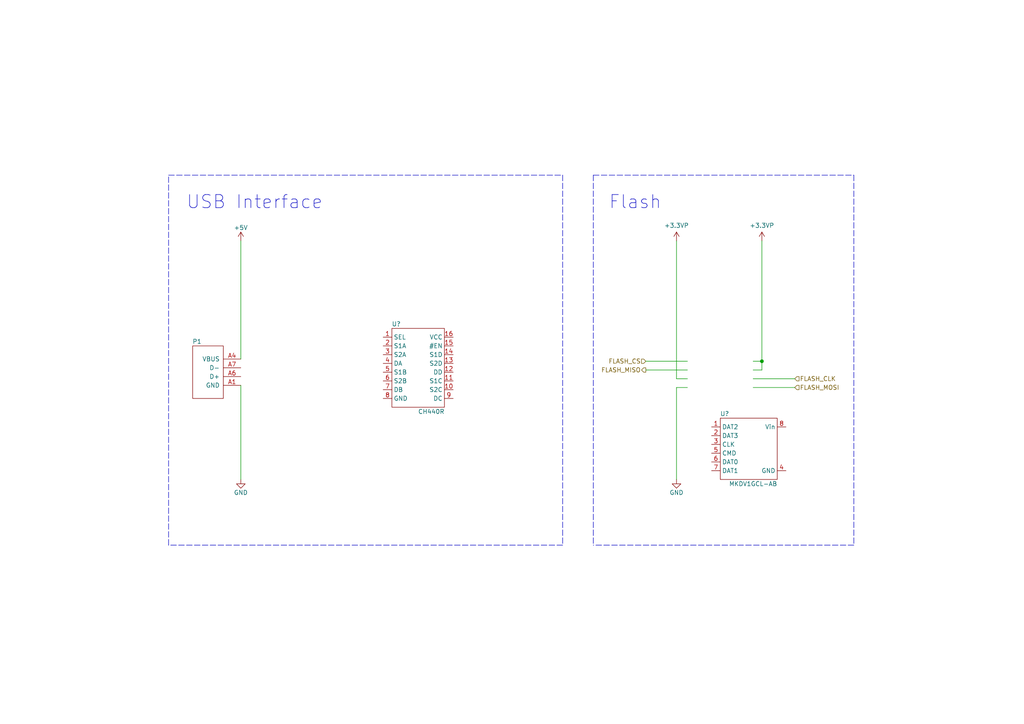
<source format=kicad_sch>
(kicad_sch (version 20211123) (generator eeschema)
  (paper "A4")
  (title_block (title "MM32 Control Board") (date "2022-05-18") (rev "1.5.4"))
  (lib_symbols
    (symbol "Connector:USB_C_Plug_USB2.0" (pin_names (offset 1.016))
      (property "Reference" "P" (at 0 16.51 0))
      (property "Value" "USB_C_Plug_USB2.0" (at 19.05 -1.27 0))
      (symbol "USB_C_Plug_USB2.0_0_0"
        (pin no_connect line (at -2.54 11.43 0) (length 2.54) hide (name "NC") (number "A5"))
        (pin no_connect line (at -2.54 8.89 0) (length 2.54) hide (name "NC") (number "A8"))
        (pin no_connect line (at -2.54 6.35 0) (length 2.54) hide (name "NC") (number "B5"))
        (pin no_connect line (at -2.54 3.81 0) (length 2.54) hide (name "NC") (number "B8"))
      )
      (symbol "USB_C_Plug_USB2.0_0_1"
        (rectangle (start 0 15.24) (end 8.89 0))
      )
      (symbol "USB_C_Plug_USB2.0_1_1"
        (pin passive line (at 13.97 3.81 180) (length 5.08) (name "GND") (number "A1"))
        (pin passive line (at 13.97 3.81 180) (length 5.08) hide (name "GND") (number "A12"))
        (pin passive line (at 13.97 11.43 180) (length 5.08) (name "VBUS") (number "A4"))
        (pin bidirectional line (at 13.97 6.35 180) (length 5.08) (name "D+") (number "A6"))
        (pin bidirectional line (at 13.97 8.89 180) (length 5.08) (name "D-") (number "A7"))
        (pin passive line (at 13.97 11.43 180) (length 5.08) hide (name "VBUS") (number "A9"))
        (pin passive line (at 13.97 3.81 180) (length 5.08) hide (name "GND") (number "B1"))
        (pin passive line (at 13.97 3.81 180) (length 5.08) hide (name "GND") (number "B12"))
        (pin passive line (at 13.97 11.43 180) (length 5.08) hide (name "VBUS") (number "B4"))
        (pin bidirectional line (at 13.97 6.35 180) (length 5.08) hide (name "D+") (number "B6"))
        (pin bidirectional line (at 13.97 8.89 180) (length 5.08) hide (name "D-") (number "B7"))
        (pin passive line (at 13.97 11.43 180) (length 5.08) hide (name "VBUS") (number "B9"))
      )
    )
    (symbol "MM32_Periph:CH440R"
      (property "Reference" "U" (at 1.27 24.13 0))
      (property "Value" "CH440R" (at 10.16 -1.27 0))
      (symbol "CH440R_0_1"
        (rectangle (start 0 22.86) (end 15.24 0))
      )
      (symbol "CH440R_1_1"
        (pin input line (at -2.54 20.32 0) (length 2.54) (name "SEL") (number "1"))
        (pin passive line (at 17.78 5.08 180) (length 2.54) (name "S2C") (number "10"))
        (pin passive line (at 17.78 7.62 180) (length 2.54) (name "S1C") (number "11"))
        (pin passive line (at 17.78 10.16 180) (length 2.54) (name "DD") (number "12"))
        (pin passive line (at 17.78 12.7 180) (length 2.54) (name "S2D") (number "13"))
        (pin passive line (at 17.78 15.24 180) (length 2.54) (name "S1D") (number "14"))
        (pin passive line (at 17.78 17.78 180) (length 2.54) (name "#EN") (number "15"))
        (pin power_in line (at 17.78 20.32 180) (length 2.54) (name "VCC") (number "16"))
        (pin passive line (at -2.54 17.78 0) (length 2.54) (name "S1A") (number "2"))
        (pin passive line (at -2.54 15.24 0) (length 2.54) (name "S2A") (number "3"))
        (pin passive line (at -2.54 12.7 0) (length 2.54) (name "DA") (number "4"))
        (pin passive line (at -2.54 10.16 0) (length 2.54) (name "S1B") (number "5"))
        (pin passive line (at -2.54 7.62 0) (length 2.54) (name "S2B") (number "6"))
        (pin passive line (at -2.54 5.08 0) (length 2.54) (name "DB") (number "7"))
        (pin power_in line (at -2.54 2.54 0) (length 2.54) (name "GND") (number "8"))
        (pin passive line (at 17.78 2.54 180) (length 2.54) (name "DC") (number "9"))
      )
    )
    (symbol "MM32_Periph:MKDV1GCL-AB"
      (property "Reference" "U" (at 1.27 20.32 0))
      (property "Value" "MKDV1GCL-AB" (at 10.16 -1.27 0))
      (symbol "MKDV1GCL-AB_0_1"
        (rectangle (start 0 17.78) (end 16.51 0))
      )
      (symbol "MKDV1GCL-AB_1_1"
        (pin bidirectional line (at -2.54 15.24 0) (length 2.54) (name "DAT2") (number "1"))
        (pin bidirectional line (at -2.54 12.7 0) (length 2.54) (name "DAT3") (number "2"))
        (pin input line (at -2.54 10.16 0) (length 2.54) (name "CLK") (number "3"))
        (pin power_in line (at 19.05 2.54 180) (length 2.54) (name "GND") (number "4"))
        (pin bidirectional line (at -2.54 7.62 0) (length 2.54) (name "CMD") (number "5"))
        (pin bidirectional line (at -2.54 5.08 0) (length 2.54) (name "DAT0") (number "6"))
        (pin bidirectional line (at -2.54 2.54 0) (length 2.54) (name "DAT1") (number "7"))
        (pin power_in line (at 19.05 15.24 180) (length 2.54) (name "Vin") (number "8"))
      )
    )
    (symbol "power:+3.3VP" (power) (pin_names (offset 0))
      (property "Value" "+3.3VP" (at 0 2.54 0))
      (symbol "+3.3VP_0_0"
        (pin power_in line (at 0 0 90) (length 0) hide (name "+3.3VP") (number "1"))
      )
      (symbol "+3.3VP_0_1"
        (polyline (pts (xy -0.762 1.27) (xy 0 2.54)))
        (polyline (pts (xy 0 0) (xy 0 2.54)))
        (polyline (pts (xy 0 2.54) (xy 0.762 1.27)))
      )
    )
    (symbol "power:+5V" (power) (pin_names (offset 0))
      (property "Value" "+5V" (at 0 3.556 0))
      (symbol "+5V_0_1"
        (polyline (pts (xy -0.762 1.27) (xy 0 2.54)))
        (polyline (pts (xy 0 0) (xy 0 2.54)))
        (polyline (pts (xy 0 2.54) (xy 0.762 1.27)))
      )
      (symbol "+5V_1_1"
        (pin power_in line (at 0 0 90) (length 0) hide (name "+5V") (number "1"))
      )
    )
    (symbol "power:GND" (power) (pin_names (offset 0))
      (property "Value" "GND" (at 0 -3.81 0))
      (symbol "GND_0_1"
        (polyline (pts (xy 0 0) (xy 0 -1.27) (xy 1.27 -1.27) (xy 0 -2.54) (xy -1.27 -1.27) (xy 0 -1.27)))
      )
      (symbol "GND_1_1"
        (pin power_in line (at 0 0 270) (length 0) hide (name "GND") (number "1"))
      )
    )
  )
  (junction (at 220.98 104.775))
  (polyline (pts (xy 163.195 50.8) (xy 163.195 158.115)))
  (wire (pts (xy 199.39 112.395) (xy 196.215 112.395)))
  (wire (pts (xy 218.44 112.395) (xy 230.505 112.395)))
  (polyline (pts (xy 163.195 158.115) (xy 48.895 158.115)))
  (wire (pts (xy 187.325 107.315) (xy 199.39 107.315)))
  (wire (pts (xy 218.44 104.775) (xy 220.98 104.775)))
  (polyline (pts (xy 172.085 50.8) (xy 172.085 158.115)))
  (polyline (pts (xy 48.895 50.8) (xy 163.195 50.8)))
  (wire (pts (xy 196.215 109.855) (xy 199.39 109.855)))
  (wire (pts (xy 218.44 109.855) (xy 230.505 109.855)))
  (wire (pts (xy 218.44 107.315) (xy 220.98 107.315)))
  (wire (pts (xy 220.98 107.315) (xy 220.98 104.775)))
  (polyline (pts (xy 172.085 50.8) (xy 247.65 50.8)))
  (polyline (pts (xy 247.65 158.115) (xy 172.085 158.115)))
  (wire (pts (xy 196.215 69.85) (xy 196.215 109.855)))
  (wire (pts (xy 220.98 69.85) (xy 220.98 104.775)))
  (wire (pts (xy 187.325 104.775) (xy 199.39 104.775)))
  (wire (pts (xy 196.215 112.395) (xy 196.215 139.065)))
  (wire (pts (xy 69.85 69.85) (xy 69.85 104.14)))
  (polyline (pts (xy 48.895 158.115) (xy 48.895 50.8)))
  (wire (pts (xy 69.85 111.76) (xy 69.85 139.065)))
  (polyline (pts (xy 247.65 50.8) (xy 247.65 158.115)))
  (text "Flash" (at 176.53 60.96 0) (effects (font (size 3.81 3.81)) (justify left bottom)))
  (text "USB Interface" (at 53.975 60.96 0) (effects (font (size 3.81 3.81)) (justify left bottom)))
  (hierarchical_label "FLASH_CS" (shape input) (at 187.325 104.775 180))
  (hierarchical_label "FLASH_MISO" (shape output) (at 187.325 107.315 180))
  (hierarchical_label "FLASH_MOSI" (shape input) (at 230.505 112.395 0))
  (hierarchical_label "FLASH_CLK" (shape input) (at 230.505 109.855 0))
  (symbol (lib_id "power:+3.3VP") (at 196.215 69.85 0) (unit 1)
    (property "Reference" "#PWR042" (effects hide))
    (property "Value" "+3.3VP" (at 196.215 65.405 0))
  )
  (symbol (lib_id "Connector:USB_C_Plug_USB2.0") (at 55.88 115.57 0) (unit 1)
    (property "Reference" "P1" (at 57.15 99.06 0))
    (property "Value" "USB_C_Plug_USB2.0" (effects hide))
    (property "Footprint" "ControlBoard:USB_C_Receptacle_HRO_TYPE-C-31-M-12" (effects hide))
    (property "Datasheet" "https://www.usb.org/sites/default/files/documents/usb_type-c.zip" (effects hide))
  )
  (symbol (lib_id "power:GND") (at 69.85 139.065 0) (unit 1)
    (property "Reference" "#PWR037" (effects hide))
    (property "Value" "GND" (at 69.85 142.875 0))
  )
  (symbol (lib_id "power:+5V") (at 69.85 69.85 0) (unit 1)
    (property "Reference" "#PWR036" (effects hide))
    (property "Value" "+5V" (at 69.85 66.04 0))
  )
  (symbol (lib_id "MM32_Periph:CH440R") (at 113.665 118.11 0) (unit 1)
    (property "Reference" "U?" (at 114.935 93.98 0))
    (property "Value" "CH440R" (at 125.095 119.38 0))
    (property "Footprint" "ControlBoard:TSSOP-16_4.4x5mm_P0.65mm" (effects hide))
  )
  (symbol (lib_id "power:+3.3VP") (at 220.98 69.85 0) (unit 1)
    (property "Reference" "#PWR044" (effects hide))
    (property "Value" "+3.3VP" (at 220.98 65.405 0))
  )
  (symbol (lib_id "power:GND") (at 196.215 139.065 0) (unit 1)
    (property "Reference" "#PWR043" (effects hide))
    (property "Value" "GND" (at 196.215 142.875 0))
  )
  (symbol (lib_id "MM32_Periph:MKDV1GCL-AB") (at 208.915 139.065 0) (unit 1)
    (property "Reference" "U?" (at 210.185 120.015 0))
    (property "Value" "MKDV1GCL-AB" (at 218.44 140.335 0))
    (property "Footprint" "ControlBoard:LGA-8060_8" (effects hide))
  )
)
</source>
